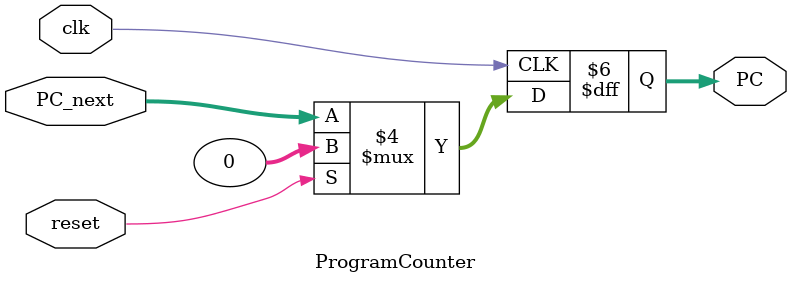
<source format=v>
module ProgramCounter(
    input clk, reset,
    input [31:0] PC_next,
    output reg [31:0] PC
);
    // Initialize PC
    initial begin
        PC = 32'b0;
    end
    
    always @(posedge clk) begin
        if (reset)
            PC <= 32'b0;
        else
            PC <= PC_next;
    end
endmodule


</source>
